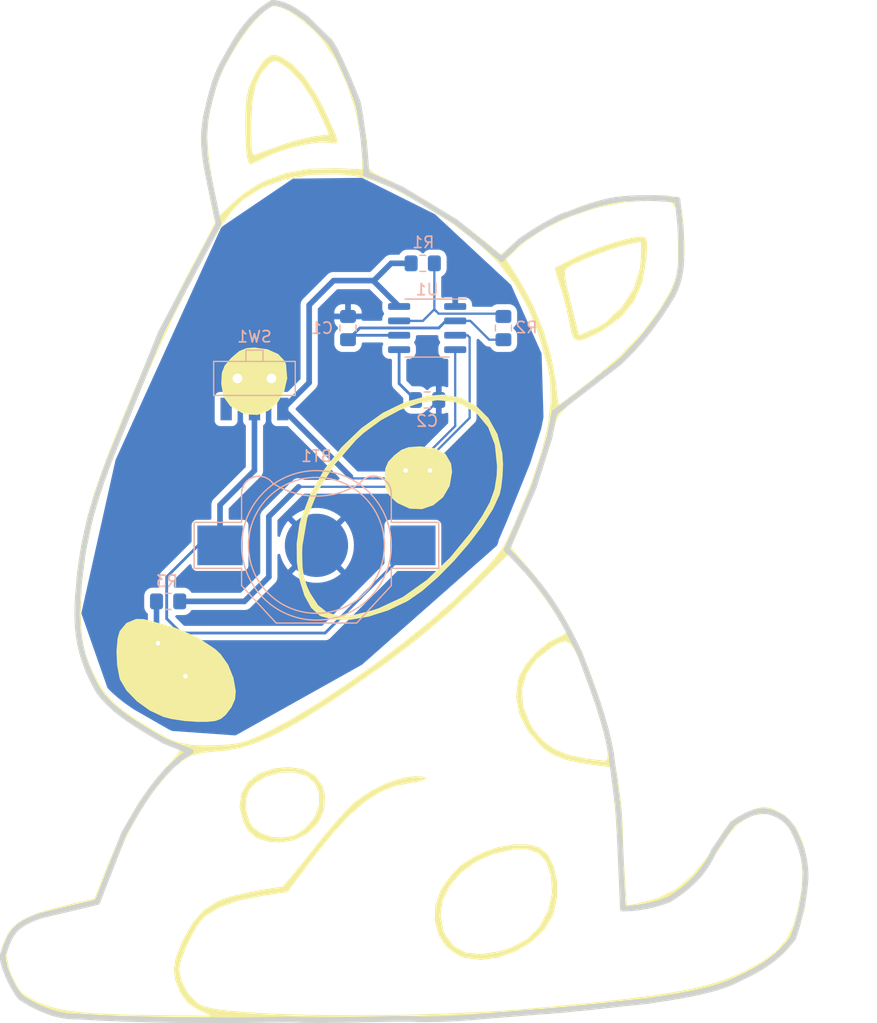
<source format=kicad_pcb>
(kicad_pcb (version 20211014) (generator pcbnew)
  (title_block (title "Rosie Learns to Solder") (date "2020-04-16") (rev "Version A2") (company "FHM") (comment 1 "Increased lead spacing on resistors") (comment 2 "Changed switch footprint"))
  (layers (0 "F.Cu" signal) (31 "B.Cu" signal) (34 "B.Paste" user) (35 "F.Paste" user) (36 "B.SilkS" user "B.Silkscreen") (37 "F.SilkS" user "F.Silkscreen") (38 "B.Mask" user) (39 "F.Mask" user) (44 "Edge.Cuts" user))
  (net 0 "")
  (net 1 "GND")
  (net 2 "Net-(C1-Pad1)")
  (net 3 "Net-(C2-Pad1)")
  (net 4 "Net-(D1-Pad2)")
  (net 5 "Net-(R1-Pad2)")
  (net 6 "Net-(R3-Pad2)")
  (net 7 "Net-(BT1-Pad2)")
  (net 8 "Net-(SW1-Pad1)")
  (net 9 "+BATT")
  (footprint "Resistor_SMD:R_0805_2012Metric_Pad1.15x1.40mm_HandSolder" (layer "F.Cu") (at 105.664 109.855 180)
    (fp_text reference "D1")
    (fp_text value "LED")
  )
  (footprint "MountingHole:MountingHole_3.2mm_M3" (layer "F.Cu") (at 114.935 59.69)
    (fp_text reference "H1" hide)
    (fp_text value "MountingHole")
  )
  (footprint "Library:Puppy_Outline" (layer "F.Cu") (at 126.238 96.647)
    (fp_text reference "REF**" hide)
    (fp_text value "Puppy_Outline")
  )
  (footprint "Rosie_SMD:Keystone_3002_1x2032" (layer "B.Cu") (at 118.500201 99.827201 180)
    (fp_text reference "BT1")
    (fp_text value "CR1220 Coin_Cell")
  )
  (footprint "Resistor_SMD:R_0805_2012Metric_Pad1.15x1.40mm_HandSolder" (layer "B.Cu") (at 121.285 80.645 90)
    (fp_text reference "C1")
    (fp_text value "0.1uF")
  )
  (footprint "Resistor_SMD:R_0805_2012Metric_Pad1.15x1.40mm_HandSolder" (layer "B.Cu") (at 135.001 80.645 -90)
    (fp_text reference "R2")
    (fp_text value "6.8M" hide)
  )
  (footprint "Rosie_SMD:CK_0102AGRLC_Slide_Switch" (layer "B.Cu") (at 113.03 85.09)
    (fp_text reference "SW1")
    (fp_text value "SW_SPDT")
  )
  (footprint "Package_SO:SOIC-8_3.9x4.9mm_P1.27mm" (layer "B.Cu") (at 128.27 80.645 180)
    (fp_text reference "U1")
    (fp_text value "555_Timer")
  )
  (footprint "Resistor_SMD:R_0805_2012Metric_Pad1.15x1.40mm_HandSolder" (layer "B.Cu") (at 105.41 104.775)
    (fp_text reference "R3")
    (fp_text value "390")
  )
  (footprint "Resistor_SMD:R_0805_2012Metric_Pad1.15x1.40mm_HandSolder" (layer "B.Cu") (at 127.88 74.93)
    (fp_text reference "R1")
    (fp_text value "820k")
  )
  (footprint "Resistor_SMD:R_0805_2012Metric_Pad1.15x1.40mm_HandSolder" (layer "B.Cu") (at 128.27 86.995)
    (fp_text reference "C2")
    (fp_text value "10nF")
  )
  (gr_line (start 161.587104 127.930875) (end 161.554228 127.717743) (layer "Edge.Cuts") (width 0.5))
  (gr_line (start 158.170912 136.790967) (end 158.51282 136.54845) (layer "Edge.Cuts") (width 0.5))
  (gr_line (start 150.70277 74.405368) (end 150.703397 74.129826) (layer "Edge.Cuts") (width 0.5))
  (gr_line (start 98.947153 112.106553) (end 99.262461 112.680915) (layer "Edge.Cuts") (width 0.5))
  (gr_line (start 155.093736 138.427909) (end 155.093736 138.427909) (layer "Edge.Cuts") (width 0.5))
  (gr_line (start 101.512552 125.282493) (end 99.163667 131.321784) (layer "Edge.Cuts") (width 0.5))
  (gr_line (start 114.595476 51.929792) (end 114.595476 51.929792) (layer "Edge.Cuts") (width 0.5))
  (gr_line (start 159.538545 135.671213) (end 159.880454 135.319044) (layer "Edge.Cuts") (width 0.5))
  (gr_line (start 137.313805 102.366499) (end 136.837269 101.833658) (layer "Edge.Cuts") (width 0.5))
  (gr_line (start 93.038488 140.140898) (end 93.305851 140.291265) (layer "Edge.Cuts") (width 0.5))
  (gr_line (start 150.530519 76.024906) (end 150.581554 75.75945) (layer "Edge.Cuts") (width 0.5))
  (gr_line (start 100.144574 113.719337) (end 100.474464 114.034534) (layer "Edge.Cuts") (width 0.5))
  (gr_line (start 103.482894 116.165204) (end 105.033975 117.089889) (layer "Edge.Cuts") (width 0.5))
  (gr_line (start 161.634079 128.357138) (end 161.613691 128.144006) (layer "Edge.Cuts") (width 0.5))
  (gr_line (start 156.747848 123.537342) (end 156.553403 123.621188) (layer "Edge.Cuts") (width 0.5))
  (gr_line (start 160.803661 125.389706) (end 160.709268 125.187072) (layer "Edge.Cuts") (width 0.5))
  (gr_line (start 155.093736 138.427909) (end 156.461372 137.762475) (layer "Edge.Cuts") (width 0.5))
  (gr_line (start 98.592153 97.221133) (end 98.239571 98.659108) (layer "Edge.Cuts") (width 0.5))
  (gr_line (start 156.360079 123.714002) (end 156.167742 123.814718) (layer "Edge.Cuts") (width 0.5))
  (gr_line (start 146.336655 131.8603) (end 146.072505 131.877657) (layer "Edge.Cuts") (width 0.5))
  (gr_line (start 150.358064 69.327434) (end 150.358064 69.327434) (layer "Edge.Cuts") (width 0.5))
  (gr_line (start 146.072505 131.877657) (end 145.807198 131.888759) (layer "Edge.Cuts") (width 0.5))
  (gr_line (start 143.347406 113.811121) (end 142.962498 112.697638) (layer "Edge.Cuts") (width 0.5))
  (gr_line (start 160.366762 124.606562) (end 160.226471 124.42512) (layer "Edge.Cuts") (width 0.5))
  (gr_line (start 106.132984 141.739266) (end 111.138343 141.760686) (layer "Edge.Cuts") (width 0.5))
  (gr_line (start 155.216204 124.399535) (end 155.216204 124.399535) (layer "Edge.Cuts") (width 0.5))
  (gr_line (start 93.943688 140.6153) (end 94.306197 140.778022) (layer "Edge.Cuts") (width 0.5))
  (gr_line (start 155.976259 123.92227) (end 155.785497 124.035594) (layer "Edge.Cuts") (width 0.5))
  (gr_line (start 140.495032 106.925244) (end 140.150652 106.315212) (layer "Edge.Cuts") (width 0.5))
  (gr_line (start 139.39086 105.087895) (end 138.96792 104.46984) (layer "Edge.Cuts") (width 0.5))
  (gr_line (start 90.838783 136.383233) (end 90.880676 136.627832) (layer "Edge.Cuts") (width 0.5))
  (gr_line (start 147.122207 131.770962) (end 146.861501 131.806924) (layer "Edge.Cuts") (width 0.5))
  (gr_line (start 104.78326 120.30716) (end 104.409834 120.759914) (layer "Edge.Cuts") (width 0.5))
  (gr_line (start 99.163667 131.321784) (end 94.142206 132.526542) (layer "Edge.Cuts") (width 0.5))
  (gr_line (start 101.544852 114.90344) (end 101.922166 115.171358) (layer "Edge.Cuts") (width 0.5))
  (gr_line (start 91.822207 138.897184) (end 91.969442 139.145541) (layer "Edge.Cuts") (width 0.5))
  (gr_line (start 150.69721 73.852921) (end 150.684664 73.574744) (layer "Edge.Cuts") (width 0.5))
  (gr_line (start 92.376535 139.724517) (end 92.490413 139.802085) (layer "Edge.Cuts") (width 0.5))
  (gr_line (start 161.490278 130.824973) (end 161.53802 130.48447) (layer "Edge.Cuts") (width 0.5))
  (gr_line (start 158.359728 123.317283) (end 158.359728 123.317283) (layer "Edge.Cuts") (width 0.5))
  (gr_line (start 108.687585 62.383526) (end 108.647382 62.707245) (layer "Edge.Cuts") (width 0.5))
  (gr_line (start 108.798349 61.731277) (end 108.737821 62.058361) (layer "Edge.Cuts") (width 0.5))
  (gr_line (start 149.167333 131.264305) (end 148.915585 131.348668) (layer "Edge.Cuts") (width 0.5))
  (gr_line (start 148.051391 80.534594) (end 148.330377 80.159469) (layer "Edge.Cuts") (width 0.5))
  (gr_line (start 116.838814 52.781882) (end 116.656047 52.663245) (layer "Edge.Cuts") (width 0.5))
  (gr_line (start 93.033116 132.976854) (end 92.740965 133.131496) (layer "Edge.Cuts") (width 0.5))
  (gr_line (start 146.880007 69.170108) (end 146.206589 69.197845) (layer "Edge.Cuts") (width 0.5))
  (gr_line (start 137.620699 141.04164) (end 137.620699 141.04164) (layer "Edge.Cuts") (width 0.5))
  (gr_line (start 150.505492 130.513751) (end 150.226802 130.710118) (layer "Edge.Cuts") (width 0.5))
  (gr_line (start 109.126625 60.372537) (end 108.798349 61.731277) (layer "Edge.Cuts") (width 0.5))
  (gr_line (start 160.222363 134.932064) (end 160.564272 134.507316) (layer "Edge.Cuts") (width 0.5))
  (gr_line (start 158.97714 123.524652) (end 158.833755 123.467746) (layer "Edge.Cuts") (width 0.5))
  (gr_line (start 122.526226 63.004671) (end 122.377407 61.954396) (layer "Edge.Cuts") (width 0.5))
  (gr_line (start 91.571544 134.217443) (end 91.443124 134.439509) (layer "Edge.Cuts") (width 0.5))
  (gr_line (start 159.984998 124.167287) (end 159.895279 124.085603) (layer "Edge.Cuts") (width 0.5))
  (gr_line (start 126.067262 68.408542) (end 125.686377 68.232068) (layer "Edge.Cuts") (width 0.5))
  (gr_line (start 109.7874 58.249548) (end 109.677169 58.536597) (layer "Edge.Cuts") (width 0.5))
  (gr_line (start 139.783849 105.70289) (end 139.39086 105.087895) (layer "Edge.Cuts") (width 0.5))
  (gr_line (start 124.47338 67.703751) (end 123.646325 67.362777) (layer "Edge.Cuts") (width 0.5))
  (gr_line (start 137.901367 72.021972) (end 137.310631 72.395805) (layer "Edge.Cuts") (width 0.5))
  (gr_line (start 108.581768 63.997137) (end 108.587878 64.320733) (layer "Edge.Cuts") (width 0.5))
  (gr_line (start 104.788446 81.007495) (end 100.221865 92.309783) (layer "Edge.Cuts") (width 0.5))
  (gr_line (start 149.649985 69.262713) (end 148.947441 69.212756) (layer "Edge.Cuts") (width 0.5))
  (gr_line (start 97.398401 106.309984) (end 97.421246 106.829733) (layer "Edge.Cuts") (width 0.5))
  (gr_line (start 112.137919 54.171886) (end 111.898024 54.498488) (layer "Edge.Cuts") (width 0.5))
  (gr_line (start 156.461372 137.762475) (end 157.145188 137.410252) (layer "Edge.Cuts") (width 0.5))
  (gr_line (start 113.875875 52.409845) (end 113.545142 52.673326) (layer "Edge.Cuts") (width 0.5))
  (gr_line (start 108.920824 66.999576) (end 109.859789 71.451045) (layer "Edge.Cuts") (width 0.5))
  (gr_line (start 161.098302 132.747346) (end 161.2474 132.127637) (layer "Edge.Cuts") (width 0.5))
  (gr_line (start 91.10591 135.207676) (end 90.888178 135.820541) (layer "Edge.Cuts") (width 0.5))
  (gr_line (start 139.720532 70.995101) (end 139.143469 71.297128) (layer "Edge.Cuts") (width 0.5))
  (gr_line (start 91.324909 134.677518) (end 91.213603 134.933048) (layer "Edge.Cuts") (width 0.5))
  (gr_line (start 100.221865 92.309783) (end 100.221865 92.309783) (layer "Edge.Cuts") (width 0.5))
  (gr_line (start 130.823351 71.28773) (end 130.823351 71.28773) (layer "Edge.Cuts") (width 0.5))
  (gr_line (start 92.364106 133.373137) (end 92.253203 133.457054) (layer "Edge.Cuts") (width 0.5))
  (gr_line (start 97.718554 108.887928) (end 97.851857 109.406083) (layer "Edge.Cuts") (width 0.5))
  (gr_line (start 99.262461 112.680915) (end 99.536656 113.043681) (layer "Edge.Cuts") (width 0.5))
  (gr_line (start 114.407963 52.043525) (end 114.225618 52.161556) (layer "Edge.Cuts") (width 0.5))
  (gr_line (start 161.613691 128.144006) (end 161.587104 127.930875) (layer "Edge.Cuts") (width 0.5))
  (gr_line (start 161.378722 131.487605) (end 161.490278 130.824973) (layer "Edge.Cuts") (width 0.5))
  (gr_line (start 97.525718 107.859469) (end 97.610341 108.372977) (layer "Edge.Cuts") (width 0.5))
  (gr_line (start 90.888178 135.820541) (end 90.85946 135.892883) (layer "Edge.Cuts") (width 0.5))
  (gr_line (start 95.520291 141.20332) (end 95.735871 141.257851) (layer "Edge.Cuts") (width 0.5))
  (gr_line (start 110.314511 57.142199) (end 110.167983 57.413634) (layer "Edge.Cuts") (width 0.5))
  (gr_line (start 157.487096 137.218909) (end 157.829004 137.013467) (layer "Edge.Cuts") (width 0.5))
  (gr_line (start 110.167983 57.413634) (end 110.031896 57.688429) (layer "Edge.Cuts") (width 0.5))
  (gr_line (start 145.173311 123.378547) (end 144.499697 118.232764) (layer "Edge.Cuts") (width 0.5))
  (gr_line (start 148.868325 79.396469) (end 149.380536 78.617086) (layer "Edge.Cuts") (width 0.5))
  (gr_line (start 145.560126 83.370479) (end 145.8981 83.032906) (layer "Edge.Cuts") (width 0.5))
  (gr_line (start 90.85946 135.892883) (end 90.839451 135.974628) (layer "Edge.Cuts") (width 0.5))
  (gr_line (start 154.209599 138.746883) (end 154.653685 138.594124) (layer "Edge.Cuts") (width 0.5))
  (gr_line (start 161.655402 129.209665) (end 161.658928 128.996534) (layer "Edge.Cuts") (width 0.5))
  (gr_line (start 145.214128 83.702945) (end 145.214128 83.702945) (layer "Edge.Cuts") (width 0.5))
  (gr_line (start 157.741542 123.289924) (end 157.539496 123.312948) (layer "Edge.Cuts") (width 0.5))
  (gr_line (start 122.883162 66.810967) (end 122.857962 66.167981) (layer "Edge.Cuts") (width 0.5))
  (gr_line (start 94.142206 132.526542) (end 93.730441 132.675955) (layer "Edge.Cuts") (width 0.5))
  (gr_line (start 102.108153 124.245607) (end 101.512552 125.282493) (layer "Edge.Cuts") (width 0.5))
  (gr_line (start 141.723619 109.350173) (end 141.131584 108.13998) (layer "Edge.Cuts") (width 0.5))
  (gr_line (start 137.620699 141.04164) (end 138.932484 140.954133) (layer "Edge.Cuts") (width 0.5))
  (gr_line (start 150.358064 69.327434) (end 149.649985 69.262713) (layer "Edge.Cuts") (width 0.5))
  (gr_line (start 148.153708 131.565924) (end 147.897522 131.626307) (layer "Edge.Cuts") (width 0.5))
  (gr_line (start 137.681948 94.668304) (end 137.681948 94.668304) (layer "Edge.Cuts") (width 0.5))
  (gr_line (start 141.723619 109.350173) (end 141.723619 109.350173) (layer "Edge.Cuts") (width 0.5))
  (gr_line (start 121.681113 59.533597) (end 121.342163 58.715996) (layer "Edge.Cuts") (width 0.5))
  (gr_line (start 153.761792 138.887237) (end 154.209599 138.746883) (layer "Edge.Cuts") (width 0.5))
  (gr_line (start 108.737821 62.058361) (end 108.687585 62.383526) (layer "Edge.Cuts") (width 0.5))
  (gr_line (start 150.694876 74.679455) (end 150.70277 74.405368) (layer "Edge.Cuts") (width 0.5))
  (gr_line (start 145.542197 69.249666) (end 144.887529 69.327434) (layer "Edge.Cuts") (width 0.5))
  (gr_line (start 109.677169 58.536597) (end 109.573734 58.828454) (layer "Edge.Cuts") (width 0.5))
  (gr_line (start 103.708184 141.693677) (end 106.132984 141.739266) (layer "Edge.Cuts") (width 0.5))
  (gr_line (start 144.401714 117.683898) (end 144.288257 117.133742) (layer "Edge.Cuts") (width 0.5))
  (gr_line (start 97.285723 141.419349) (end 97.285723 141.419349) (layer "Edge.Cuts") (width 0.5))
  (gr_line (start 132.320281 141.487271) (end 137.620699 141.04164) (layer "Edge.Cuts") (width 0.5))
  (gr_line (start 141.684476 70.236134) (end 140.600923 70.634299) (layer "Edge.Cuts") (width 0.5))
  (gr_line (start 160.891339 125.595441) (end 160.803661 125.389706) (layer "Edge.Cuts") (width 0.5))
  (gr_line (start 161.469254 127.29148) (end 161.416978 127.078349) (layer "Edge.Cuts") (width 0.5))
  (gr_line (start 99.262461 112.680915) (end 99.262461 112.680915) (layer "Edge.Cuts") (width 0.5))
  (gr_line (start 109.476186 59.125482) (end 109.2951 59.736497) (layer "Edge.Cuts") (width 0.5))
  (gr_line (start 91.213603 134.933048) (end 91.10591 135.207676) (layer "Edge.Cuts") (width 0.5))
  (gr_line (start 126.945001 141.633811) (end 127.485386 141.662773) (layer "Edge.Cuts") (width 0.5))
  (gr_line (start 146.550554 82.342802) (end 146.865324 81.990457) (layer "Edge.Cuts") (width 0.5))
  (gr_line (start 99.536656 113.043681) (end 99.831333 113.389437) (layer "Edge.Cuts") (width 0.5))
  (gr_line (start 101.922166 115.171358) (end 102.306543 115.43034) (layer "Edge.Cuts") (width 0.5))
  (gr_line (start 144.499697 118.232764) (end 144.401714 117.683898) (layer "Edge.Cuts") (width 0.5))
  (gr_line (start 92.740965 133.131496) (end 92.607575 133.210556) (layer "Edge.Cuts") (width 0.5))
  (gr_line (start 140.600923 70.634299) (end 140.600923 70.634299) (layer "Edge.Cuts") (width 0.5))
  (gr_line (start 159.243405 123.647932) (end 159.113611 123.58475) (layer "Edge.Cuts") (width 0.5))
  (gr_line (start 92.482092 133.291037) (end 92.364106 133.373137) (layer "Edge.Cuts") (width 0.5))
  (gr_line (start 146.599652 131.836713) (end 146.336655 131.8603) (layer "Edge.Cuts") (width 0.5))
  (gr_line (start 112.39019 53.852468) (end 112.137919 54.171886) (layer "Edge.Cuts") (width 0.5))
  (gr_line (start 125.686377 68.232068) (end 125.291086 68.05509) (layer "Edge.Cuts") (width 0.5))
  (gr_line (start 127.485386 141.662773) (end 128.078848 141.674692) (layer "Edge.Cuts") (width 0.5))
  (gr_line (start 140.600923 70.634299) (end 140.426652 70.686439) (layer "Edge.Cuts") (width 0.5))
  (gr_line (start 147.561754 69.16459) (end 146.880007 69.170108) (layer "Edge.Cuts") (width 0.5))
  (gr_line (start 105.033975 117.089889) (end 105.033975 117.089889) (layer "Edge.Cuts") (width 0.5))
  (gr_line (start 150.315662 76.808919) (end 150.398027 76.549731) (layer "Edge.Cuts") (width 0.5))
  (gr_line (start 147.381776 131.728854) (end 147.122207 131.770962) (layer "Edge.Cuts") (width 0.5))
  (gr_line (start 151.055961 130.091521) (end 150.782214 130.307849) (layer "Edge.Cuts") (width 0.5))
  (gr_line (start 95.953903 141.305885) (end 96.17389 141.346739) (layer "Edge.Cuts") (width 0.5))
  (gr_line (start 91.872186 133.814829) (end 91.79052 133.910786) (layer "Edge.Cuts") (width 0.5))
  (gr_line (start 90.880676 136.627832) (end 90.946608 136.892683) (layer "Edge.Cuts") (width 0.5))
  (gr_line (start 159.70057 123.929287) (end 159.595104 123.854873) (layer "Edge.Cuts") (width 0.5))
  (gr_line (start 105.998589 119.06124) (end 105.576358 119.455799) (layer "Edge.Cuts") (width 0.5))
  (gr_line (start 156.167742 123.814718) (end 155.976259 123.92227) (layer "Edge.Cuts") (width 0.5))
  (gr_line (start 134.844614 74.554893) (end 130.823351 71.28773) (layer "Edge.Cuts") (width 0.5))
  (gr_line (start 142.908598 140.576197) (end 145.443325 140.297305) (layer "Edge.Cuts") (width 0.5))
  (gr_line (start 115.203171 52.009239) (end 115.007467 51.971318) (layer "Edge.Cuts") (width 0.5))
  (gr_line (start 161.140552 126.225825) (end 161.05417 126.012694) (layer "Edge.Cuts") (width 0.5))
  (gr_line (start 91.969442 139.145541) (end 92.112965 139.369522) (layer "Edge.Cuts") (width 0.5))
  (gr_line (start 96.395334 141.379727) (end 96.617737 141.404167) (layer "Edge.Cuts") (width 0.5))
  (gr_line (start 90.827815 136.270077) (end 90.838783 136.383233) (layer "Edge.Cuts") (width 0.5))
  (gr_line (start 142.763962 69.862384) (end 142.22509 70.044031) (layer "Edge.Cuts") (width 0.5))
  (gr_line (start 160.492723 124.794621) (end 160.366762 124.606562) (layer "Edge.Cuts") (width 0.5))
  (gr_line (start 160.709268 125.187072) (end 160.606256 124.988417) (layer "Edge.Cuts") (width 0.5))
  (gr_line (start 122.780645 65.236148) (end 122.665353 64.14015) (layer "Edge.Cuts") (width 0.5))
  (gr_line (start 159.895279 124.085603) (end 159.800549 124.006233) (layer "Edge.Cuts") (width 0.5))
  (gr_line (start 148.60264 79.780063) (end 148.868325 79.396469) (layer "Edge.Cuts") (width 0.5))
  (gr_line (start 91.52893 138.347176) (end 91.674341 138.62941) (layer "Edge.Cuts") (width 0.5))
  (gr_line (start 90.946608 136.892683) (end 91.033495 137.172829) (layer "Edge.Cuts") (width 0.5))
  (gr_line (start 161.53802 130.48447) (end 161.580074 130.137463) (layer "Edge.Cuts") (width 0.5))
  (gr_line (start 148.947441 69.212756) (end 148.251131 69.179427) (layer "Edge.Cuts") (width 0.5))
  (gr_line (start 155.216204 124.399535) (end 153.583208 126.768233) (layer "Edge.Cuts") (width 0.5))
  (gr_line (start 130.823351 71.28773) (end 126.067262 68.408542) (layer "Edge.Cuts") (width 0.5))
  (gr_line (start 108.798349 61.731277) (end 108.798349 61.731277) (layer "Edge.Cuts") (width 0.5))
  (gr_line (start 147.172648 81.633371) (end 147.472671 81.271638) (layer "Edge.Cuts") (width 0.5))
  (gr_line (start 139.049578 90.359786) (end 139.498644 88.113612) (layer "Edge.Cuts") (width 0.5))
  (gr_line (start 139.143469 71.297128) (end 138.524697 71.647582) (layer "Edge.Cuts") (width 0.5))
  (gr_line (start 160.150356 124.337156) (end 160.069944 124.251174) (layer "Edge.Cuts") (width 0.5))
  (gr_line (start 148.251131 69.179427) (end 147.561754 69.16459) (layer "Edge.Cuts") (width 0.5))
  (gr_line (start 159.366759 123.714086) (end 159.243405 123.647932) (layer "Edge.Cuts") (width 0.5))
  (gr_line (start 150.692212 73.080117) (end 150.677142 72.568523) (layer "Edge.Cuts") (width 0.5))
  (gr_line (start 160.226471 124.42512) (end 160.150356 124.337156) (layer "Edge.Cuts") (width 0.5))
  (gr_line (start 117.616518 53.318336) (end 117.216305 53.038653) (layer "Edge.Cuts") (width 0.5))
  (gr_line (start 121.342163 58.715996) (end 120.958196 57.824607) (layer "Edge.Cuts") (width 0.5))
  (gr_line (start 149.667543 131.077827) (end 149.417984 131.174015) (layer "Edge.Cuts") (width 0.5))
  (gr_line (start 90.888178 135.820541) (end 90.888178 135.820541) (layer "Edge.Cuts") (width 0.5))
  (gr_line (start 158.525286 123.363951) (end 158.359728 123.317283) (layer "Edge.Cuts") (width 0.5))
  (gr_line (start 150.54947 139.610718) (end 151.477993 139.439742) (layer "Edge.Cuts") (width 0.5))
  (gr_line (start 147.472671 81.271638) (end 147.765537 80.905348) (layer "Edge.Cuts") (width 0.5))
  (gr_line (start 152.804427 128.210227) (end 152.579664 128.524557) (layer "Edge.Cuts") (width 0.5))
  (gr_line (start 144.019552 116.029945) (end 143.702846 114.922148) (layer "Edge.Cuts") (width 0.5))
  (gr_line (start 100.474464 114.034534) (end 100.819084 114.336181) (layer "Edge.Cuts") (width 0.5))
  (gr_line (start 119.827963 55.555813) (end 119.681045 55.348111) (layer "Edge.Cuts") (width 0.5))
  (gr_line (start 92.112965 139.369522) (end 92.24969 139.564166) (layer "Edge.Cuts") (width 0.5))
  (gr_line (start 150.398027 76.549731) (end 150.469494 76.288363) (layer "Edge.Cuts") (width 0.5))
  (gr_line (start 141.131584 108.13998) (end 140.820755 107.533372) (layer "Edge.Cuts") (width 0.5))
  (gr_line (start 151.477993 139.439742) (end 152.399204 139.244386) (layer "Edge.Cuts") (width 0.5))
  (gr_line (start 144.625828 69.371821) (end 144.362875 69.42372) (layer "Edge.Cuts") (width 0.5))
  (gr_line (start 137.767466 102.896798) (end 137.313805 102.366499) (layer "Edge.Cuts") (width 0.5))
  (gr_line (start 142.557387 111.582471) (end 141.723619 109.350173) (layer "Edge.Cuts") (width 0.5))
  (gr_line (start 140.150652 106.315212) (end 139.783849 105.70289) (layer "Edge.Cuts") (width 0.5))
  (gr_line (start 157.339238 123.350267) (end 157.140632 123.400816) (layer "Edge.Cuts") (width 0.5))
  (gr_line (start 122.107256 60.608192) (end 121.681113 59.533597) (layer "Edge.Cuts") (width 0.5))
  (gr_line (start 92.490413 139.802085) (end 92.810805 140.005597) (layer "Edge.Cuts") (width 0.5))
  (gr_line (start 150.677142 72.568523) (end 150.643852 72.043263) (layer "Edge.Cuts") (width 0.5))
  (gr_line (start 158.359728 123.317283) (end 158.255344 123.301901) (layer "Edge.Cuts") (width 0.5))
  (gr_line (start 150.469494 76.288363) (end 150.530519 76.024906) (layer "Edge.Cuts") (width 0.5))
  (gr_line (start 161.416978 127.078349) (end 161.358059 126.865218) (layer "Edge.Cuts") (width 0.5))
  (gr_line (start 159.880454 135.319044) (end 160.222363 134.932064) (layer "Edge.Cuts") (width 0.5))
  (gr_line (start 153.583208 126.768233) (end 153.408566 127.158219) (layer "Edge.Cuts") (width 0.5))
  (gr_line (start 104.409834 120.759914) (end 104.050119 121.228017) (layer "Edge.Cuts") (width 0.5))
  (gr_line (start 101.176519 114.625432) (end 101.544852 114.90344) (layer "Edge.Cuts") (width 0.5))
  (gr_line (start 153.01817 127.878322) (end 152.804427 128.210227) (layer "Edge.Cuts") (width 0.5))
  (gr_line (start 148.662735 131.427077) (end 148.408778 131.499505) (layer "Edge.Cuts") (width 0.5))
  (gr_line (start 149.417984 131.174015) (end 149.167333 131.264305) (layer "Edge.Cuts") (width 0.5))
  (gr_line (start 149.616157 139.765726) (end 150.54947 139.610718) (layer "Edge.Cuts") (width 0.5))
  (gr_line (start 134.844614 74.554893) (end 134.844614 74.554893) (layer "Edge.Cuts") (width 0.5))
  (gr_line (start 157.829004 137.013467) (end 158.170912 136.790967) (layer "Edge.Cuts") (width 0.5))
  (gr_line (start 150.581554 75.75945) (end 150.623054 75.492086) (layer "Edge.Cuts") (width 0.5))
  (gr_line (start 110.472391 56.873763) (end 110.472391 56.873763) (layer "Edge.Cuts") (width 0.5))
  (gr_line (start 153.219885 127.527951) (end 153.01817 127.878322) (layer "Edge.Cuts") (width 0.5))
  (gr_line (start 97.467989 104.157348) (end 97.429444 104.710075) (layer "Edge.Cuts") (width 0.5))
  (gr_line (start 119.681045 55.348111) (end 119.615446 55.272459) (layer "Edge.Cuts") (width 0.5))
  (gr_line (start 160.93342 133.349011) (end 161.098302 132.747346) (layer "Edge.Cuts") (width 0.5))
  (gr_line (start 101.395351 141.625052) (end 103.708184 141.693677) (layer "Edge.Cuts") (width 0.5))
  (gr_line (start 151.325729 129.863872) (end 151.055961 130.091521) (layer "Edge.Cuts") (width 0.5))
  (gr_line (start 92.253203 133.457054) (end 92.148971 133.542985) (layer "Edge.Cuts") (width 0.5))
  (gr_line (start 152.101095 129.104071) (end 151.849302 129.37104) (layer "Edge.Cuts") (width 0.5))
  (gr_line (start 120.958196 57.824607) (end 120.55839 56.94424) (layer "Edge.Cuts") (width 0.5))
  (gr_line (start 147.765537 80.905348) (end 148.051391 80.534594) (layer "Edge.Cuts") (width 0.5))
  (gr_line (start 98.011746 109.929202) (end 98.199722 110.459048) (layer "Edge.Cuts") (width 0.5))
  (gr_line (start 117.377108 141.733527) (end 118.754065 141.747546) (layer "Edge.Cuts") (width 0.5))
  (gr_line (start 159.595104 123.854873) (end 159.483913 123.783103) (layer "Edge.Cuts") (width 0.5))
  (gr_line (start 114.225618 52.161556) (end 113.875875 52.409845) (layer "Edge.Cuts") (width 0.5))
  (gr_line (start 91.958874 133.721675) (end 91.872186 133.814829) (layer "Edge.Cuts") (width 0.5))
  (gr_line (start 158.854728 136.282958) (end 159.196636 135.991532) (layer "Edge.Cuts") (width 0.5))
  (gr_line (start 143.702846 114.922148) (end 143.347406 113.811121) (layer "Edge.Cuts") (width 0.5))
  (gr_line (start 106.439645 118.690129) (end 105.998589 119.06124) (layer "Edge.Cuts") (width 0.5))
  (gr_line (start 150.703397 74.129826) (end 150.69721 73.852921) (layer "Edge.Cuts") (width 0.5))
  (gr_line (start 158.255344 123.301901) (end 158.151524 123.291026) (layer "Edge.Cuts") (width 0.5))
  (gr_line (start 108.793843 66.30822) (end 108.920824 66.999576) (layer "Edge.Cuts") (width 0.5))
  (gr_line (start 102.722796 123.213435) (end 102.108153 124.245607) (layer "Edge.Cuts") (width 0.5))
  (gr_line (start 112.655942 53.541568) (end 112.39019 53.852468) (layer "Edge.Cuts") (width 0.5))
  (gr_line (start 161.658928 128.996534) (end 161.656608 128.783402) (layer "Edge.Cuts") (width 0.5))
  (gr_line (start 116.656047 52.663245) (end 116.47591 52.551725) (layer "Edge.Cuts") (width 0.5))
  (gr_line (start 103.040453 122.704179) (end 102.722796 123.213435) (layer "Edge.Cuts") (width 0.5))
  (gr_line (start 139.981812 70.869902) (end 139.720532 70.995101) (layer "Edge.Cuts") (width 0.5))
  (gr_line (start 96.617737 141.404167) (end 96.840601 141.419373) (layer "Edge.Cuts") (width 0.5))
  (gr_line (start 138.932484 140.954133) (end 140.261061 140.842773) (layer "Edge.Cuts") (width 0.5))
  (gr_line (start 90.827764 136.065155) (end 90.824014 136.163845) (layer "Edge.Cuts") (width 0.5))
  (gr_line (start 152.399204 139.244386) (end 153.31058 139.016237) (layer "Edge.Cuts") (width 0.5))
  (gr_line (start 130.828485 141.587286) (end 132.320281 141.487271) (layer "Edge.Cuts") (width 0.5))
  (gr_line (start 116.051149 141.68801) (end 117.377108 141.733527) (layer "Edge.Cuts") (width 0.5))
  (gr_line (start 137.681948 94.668304) (end 139.049578 90.359786) (layer "Edge.Cuts") (width 0.5))
  (gr_line (start 148.408778 131.499505) (end 148.153708 131.565924) (layer "Edge.Cuts") (width 0.5))
  (gr_line (start 150.221948 77.065836) (end 150.315662 76.808919) (layer "Edge.Cuts") (width 0.5))
  (gr_line (start 99.571504 94.074298) (end 99.032198 95.702139) (layer "Edge.Cuts") (width 0.5))
  (gr_line (start 140.426652 70.686439) (end 140.218734 70.765994) (layer "Edge.Cuts") (width 0.5))
  (gr_line (start 91.713466 134.009742) (end 91.571544 134.217443) (layer "Edge.Cuts") (width 0.5))
  (gr_line (start 105.033975 117.089889) (end 107.383348 118.026343) (layer "Edge.Cuts") (width 0.5))
  (gr_line (start 96.17389 141.346739) (end 96.395334 141.379727) (layer "Edge.Cuts") (width 0.5))
  (gr_line (start 90.839451 135.974628) (end 90.827764 136.065155) (layer "Edge.Cuts") (width 0.5))
  (gr_line (start 156.943547 123.46353) (end 156.747848 123.537342) (layer "Edge.Cuts") (width 0.5))
  (gr_line (start 146.861501 131.806924) (end 146.599652 131.836713) (layer "Edge.Cuts") (width 0.5))
  (gr_line (start 110.472391 56.873763) (end 110.314511 57.142199) (layer "Edge.Cuts") (width 0.5))
  (gr_line (start 138.195924 103.424294) (end 137.767466 102.896798) (layer "Edge.Cuts") (width 0.5))
  (gr_line (start 110.84548 56.192554) (end 110.472391 56.873763) (layer "Edge.Cuts") (width 0.5))
  (gr_line (start 91.138255 137.46331) (end 91.257803 137.759168) (layer "Edge.Cuts") (width 0.5))
  (gr_line (start 159.196636 135.991532) (end 159.538545 135.671213) (layer "Edge.Cuts") (width 0.5))
  (gr_line (start 161.656608 128.783402) (end 161.648355 128.57027) (layer "Edge.Cuts") (width 0.5))
  (gr_line (start 90.824014 136.163845) (end 90.827815 136.270077) (layer "Edge.Cuts") (width 0.5))
  (gr_line (start 145.540727 131.893577) (end 145.540727 131.893577) (layer "Edge.Cuts") (width 0.5))
  (gr_line (start 160.564272 134.507316) (end 160.564272 134.507316) (layer "Edge.Cuts") (width 0.5))
  (gr_line (start 140.261061 140.842773) (end 142.908598 140.576197) (layer "Edge.Cuts") (width 0.5))
  (gr_line (start 108.584407 63.674464) (end 108.581768 63.997137) (layer "Edge.Cuts") (width 0.5))
  (gr_line (start 97.588663 102.765183) (end 97.467989 104.157348) (layer "Edge.Cuts") (width 0.5))
  (gr_line (start 95.098481 141.077505) (end 95.307662 141.142976) (layer "Edge.Cuts") (width 0.5))
  (gr_line (start 122.859353 67.028644) (end 122.871799 66.985177) (layer "Edge.Cuts") (width 0.5))
  (gr_line (start 161.05417 126.012694) (end 161.05417 126.012694) (layer "Edge.Cuts") (width 0.5))
  (gr_line (start 145.214128 83.702945) (end 145.560126 83.370479) (layer "Edge.Cuts") (width 0.5))
  (gr_line (start 105.171675 119.871781) (end 104.78326 120.30716) (layer "Edge.Cuts") (width 0.5))
  (gr_line (start 147.640213 131.680626) (end 147.381776 131.728854) (layer "Edge.Cuts") (width 0.5))
  (gr_line (start 139.498644 88.113612) (end 145.214128 83.702945) (layer "Edge.Cuts") (width 0.5))
  (gr_line (start 139.049578 90.359786) (end 139.049578 90.359786) (layer "Edge.Cuts") (width 0.5))
  (gr_line (start 108.647382 62.707245) (end 108.616956 63.029992) (layer "Edge.Cuts") (width 0.5))
  (gr_line (start 140.218734 70.765994) (end 139.981812 70.869902) (layer "Edge.Cuts") (width 0.5))
  (gr_line (start 148.330377 80.159469) (end 148.60264 79.780063) (layer "Edge.Cuts") (width 0.5))
  (gr_line (start 152.579664 128.524557) (end 152.344884 128.822208) (layer "Edge.Cuts") (width 0.5))
  (gr_line (start 151.590512 129.62401) (end 151.325729 129.863872) (layer "Edge.Cuts") (width 0.5))
  (gr_line (start 115.007467 51.971318) (end 114.805241 51.944682) (layer "Edge.Cuts") (width 0.5))
  (gr_line (start 159.483913 123.783103) (end 159.366759 123.714086) (layer "Edge.Cuts") (width 0.5))
  (gr_line (start 113.545142 52.673326) (end 113.232312 52.950663) (layer "Edge.Cuts") (width 0.5))
  (gr_line (start 150.643852 72.043263) (end 150.596741 71.507636) (layer "Edge.Cuts") (width 0.5))
  (gr_line (start 122.871799 66.985177) (end 122.883162 66.810967) (layer "Edge.Cuts") (width 0.5))
  (gr_line (start 144.887529 69.327434) (end 144.887529 69.327434) (layer "Edge.Cuts") (width 0.5))
  (gr_line (start 144.288257 117.133742) (end 144.160483 116.582392) (layer "Edge.Cuts") (width 0.5))
  (gr_line (start 155.595322 124.153623) (end 155.216204 124.399535) (layer "Edge.Cuts") (width 0.5))
  (gr_line (start 102.696069 115.68154) (end 103.482894 116.165204) (layer "Edge.Cuts") (width 0.5))
  (gr_line (start 98.239571 98.659108) (end 97.96266 100.04389) (layer "Edge.Cuts") (width 0.5))
  (gr_line (start 108.616956 63.029992) (end 108.59605 63.35224) (layer "Edge.Cuts") (width 0.5))
  (gr_line (start 144.362875 69.42372) (end 144.098762 69.482586) (layer "Edge.Cuts") (width 0.5))
  (gr_line (start 150.623054 75.492086) (end 150.655472 75.222905) (layer "Edge.Cuts") (width 0.5))
  (gr_line (start 111.241533 55.508054) (end 110.84548 56.192554) (layer "Edge.Cuts") (width 0.5))
  (gr_line (start 116.119458 52.351886) (end 115.941109 52.264493) (layer "Edge.Cuts") (width 0.5))
  (gr_line (start 144.499697 118.232764) (end 144.499697 118.232764) (layer "Edge.Cuts") (width 0.5))
  (gr_line (start 97.851857 109.406083) (end 98.011746 109.929202) (layer "Edge.Cuts") (width 0.5))
  (gr_line (start 158.151524 123.291026) (end 157.945506 123.282262) (layer "Edge.Cuts") (width 0.5))
  (gr_line (start 123.646325 67.362777) (end 122.842104 67.04042) (layer "Edge.Cuts") (width 0.5))
  (gr_line (start 108.656124 65.301795) (end 108.694654 65.63382) (layer "Edge.Cuts") (width 0.5))
  (gr_line (start 161.580074 130.137463) (end 161.61619 129.783667) (layer "Edge.Cuts") (width 0.5))
  (gr_line (start 150.69154 73.329757) (end 150.692212 73.080117) (layer "Edge.Cuts") (width 0.5))
  (gr_line (start 98.199722 110.459048) (end 98.417283 110.99738) (layer "Edge.Cuts") (width 0.5))
  (gr_line (start 150.116429 77.320392) (end 150.221948 77.065836) (layer "Edge.Cuts") (width 0.5))
  (gr_line (start 126.945001 141.633811) (end 126.945001 141.633811) (layer "Edge.Cuts") (width 0.5))
  (gr_line (start 103.702837 121.709445) (end 103.366708 122.202174) (layer "Edge.Cuts") (width 0.5))
  (gr_line (start 95.307662 141.142976) (end 95.520291 141.20332) (layer "Edge.Cuts") (width 0.5))
  (gr_line (start 144.160483 116.582392) (end 144.019552 116.029945) (layer "Edge.Cuts") (width 0.5))
  (gr_line (start 97.393152 105.784632) (end 97.398401 106.309984) (layer "Edge.Cuts") (width 0.5))
  (gr_line (start 91.257803 137.759168) (end 91.389056 138.055443) (layer "Edge.Cuts") (width 0.5))
  (gr_line (start 109.859789 71.451045) (end 104.788446 81.007495) (layer "Edge.Cuts") (width 0.5))
  (gr_line (start 93.305851 140.291265) (end 93.608912 140.451224) (layer "Edge.Cuts") (width 0.5))
  (gr_line (start 158.833755 123.467746) (end 158.683216 123.414142) (layer "Edge.Cuts") (width 0.5))
  (gr_line (start 126.067262 68.408542) (end 126.067262 68.408542) (layer "Edge.Cuts") (width 0.5))
  (gr_line (start 111.138343 141.760686) (end 116.051149 141.68801) (layer "Edge.Cuts") (width 0.5))
  (gr_line (start 92.050999 133.631126) (end 91.958874 133.721675) (layer "Edge.Cuts") (width 0.5))
  (gr_line (start 112.936281 53.240522) (end 112.655942 53.541568) (layer "Edge.Cuts") (width 0.5))
  (gr_line (start 122.842104 67.04042) (end 122.842104 67.04042) (layer "Edge.Cuts") (width 0.5))
  (gr_line (start 114.805241 51.944682) (end 114.595476 51.929792) (layer "Edge.Cuts") (width 0.5))
  (gr_line (start 150.679261 74.951998) (end 150.694876 74.679455) (layer "Edge.Cuts") (width 0.5))
  (gr_line (start 153.31058 139.016237) (end 153.761792 138.887237) (layer "Edge.Cuts") (width 0.5))
  (gr_line (start 156.553403 123.621188) (end 156.360079 123.714002) (layer "Edge.Cuts") (width 0.5))
  (gr_line (start 147.897522 131.626307) (end 147.640213 131.680626) (layer "Edge.Cuts") (width 0.5))
  (gr_line (start 115.393371 52.057979) (end 115.203171 52.009239) (layer "Edge.Cuts") (width 0.5))
  (gr_line (start 125.291086 68.05509) (end 124.47338 67.703751) (layer "Edge.Cuts") (width 0.5))
  (gr_line (start 161.2474 132.127637) (end 161.378722 131.487605) (layer "Edge.Cuts") (width 0.5))
  (gr_line (start 120.55839 56.94424) (end 120.17192 56.159705) (layer "Edge.Cuts") (width 0.5))
  (gr_line (start 98.417283 110.99738) (end 98.665927 111.545962) (layer "Edge.Cuts") (width 0.5))
  (gr_line (start 96.840601 141.419373) (end 97.063429 141.424662) (layer "Edge.Cuts") (width 0.5))
  (gr_line (start 108.587878 64.320733) (end 108.602479 64.645725) (layer "Edge.Cuts") (width 0.5))
  (gr_line (start 97.463186 107.345641) (end 97.525718 107.859469) (layer "Edge.Cuts") (width 0.5))
  (gr_line (start 92.148971 133.542985) (end 92.050999 133.631126) (layer "Edge.Cuts") (width 0.5))
  (gr_line (start 155.785497 124.035594) (end 155.595322 124.153623) (layer "Edge.Cuts") (width 0.5))
  (gr_line (start 99.239519 141.533556) (end 101.395351 141.625052) (layer "Edge.Cuts") (width 0.5))
  (gr_line (start 122.233036 61.114008) (end 122.166938 60.811486) (layer "Edge.Cuts") (width 0.5))
  (gr_line (start 145.807198 131.888759) (end 145.540727 131.893577) (layer "Edge.Cuts") (width 0.5))
  (gr_line (start 97.96266 100.04389) (end 97.749622 101.403306) (layer "Edge.Cuts") (width 0.5))
  (gr_line (start 160.606256 124.988417) (end 160.492723 124.794621) (layer "Edge.Cuts") (width 0.5))
  (gr_line (start 161.648355 128.57027) (end 161.634079 128.357138) (layer "Edge.Cuts") (width 0.5))
  (gr_line (start 136.837269 101.833658) (end 136.340185 101.298535) (layer "Edge.Cuts") (width 0.5))
  (gr_line (start 138.96792 104.46984) (end 138.96792 104.46984) (layer "Edge.Cuts") (width 0.5))
  (gr_line (start 138.96792 104.46984) (end 138.786263 104.209716) (layer "Edge.Cuts") (width 0.5))
  (gr_line (start 161.554228 127.717743) (end 161.514974 127.504612) (layer "Edge.Cuts") (width 0.5))
  (gr_line (start 150.684664 73.574744) (end 150.69154 73.329757) (layer "Edge.Cuts") (width 0.5))
  (gr_line (start 94.692455 140.933915) (end 95.098481 141.077505) (layer "Edge.Cuts") (width 0.5))
  (gr_line (start 139.498644 88.113612) (end 139.498644 88.113612) (layer "Edge.Cuts") (width 0.5))
  (gr_line (start 146.865324 81.990457) (end 147.172648 81.633371) (layer "Edge.Cuts") (width 0.5))
  (gr_line (start 97.285723 141.419349) (end 99.239519 141.533556) (layer "Edge.Cuts") (width 0.5))
  (gr_line (start 122.857962 66.167981) (end 122.780645 65.236148) (layer "Edge.Cuts") (width 0.5))
  (gr_line (start 153.583208 126.768233) (end 153.583208 126.768233) (layer "Edge.Cuts") (width 0.5))
  (gr_line (start 119.555696 55.217374) (end 117.616518 53.318336) (layer "Edge.Cuts") (width 0.5))
  (gr_line (start 136.375543 73.04383) (end 136.375543 73.04383) (layer "Edge.Cuts") (width 0.5))
  (gr_line (start 119.992804 55.829878) (end 119.827963 55.555813) (layer "Edge.Cuts") (width 0.5))
  (gr_line (start 93.361843 132.825533) (end 93.033116 132.976854) (layer "Edge.Cuts") (width 0.5))
  (gr_line (start 93.730441 132.675955) (end 93.361843 132.825533) (layer "Edge.Cuts") (width 0.5))
  (gr_line (start 116.051149 141.68801) (end 116.051149 141.68801) (layer "Edge.Cuts") (width 0.5))
  (gr_line (start 122.377407 61.954396) (end 122.233036 61.114008) (layer "Edge.Cuts") (width 0.5))
  (gr_line (start 122.107256 60.608192) (end 122.107256 60.608192) (layer "Edge.Cuts") (width 0.5))
  (gr_line (start 159.800549 124.006233) (end 159.70057 123.929287) (layer "Edge.Cuts") (width 0.5))
  (gr_line (start 161.64612 129.422797) (end 161.64612 129.422797) (layer "Edge.Cuts") (width 0.5))
  (gr_line (start 92.810805 140.005597) (end 93.038488 140.140898) (layer "Edge.Cuts") (width 0.5))
  (gr_line (start 160.069944 124.251174) (end 159.984998 124.167287) (layer "Edge.Cuts") (width 0.5))
  (gr_line (start 94.142206 132.526542) (end 94.142206 132.526542) (layer "Edge.Cuts") (width 0.5))
  (gr_line (start 161.64612 129.422797) (end 161.655402 129.209665) (layer "Edge.Cuts") (width 0.5))
  (gr_line (start 94.306197 140.778022) (end 94.692455 140.933915) (layer "Edge.Cuts") (width 0.5))
  (gr_line (start 114.595476 51.929792) (end 114.407963 52.043525) (layer "Edge.Cuts") (width 0.5))
  (gr_line (start 111.450937 55.167906) (end 111.241533 55.508054) (layer "Edge.Cuts") (width 0.5))
  (gr_line (start 106.900805 118.344488) (end 106.439645 118.690129) (layer "Edge.Cuts") (width 0.5))
  (gr_line (start 138.596851 103.948728) (end 138.195924 103.424294) (layer "Edge.Cuts") (width 0.5))
  (gr_line (start 146.228194 82.690316) (end 146.550554 82.342802) (layer "Edge.Cuts") (width 0.5))
  (gr_line (start 161.514974 127.504612) (end 161.469254 127.29148) (layer "Edge.Cuts") (width 0.5))
  (gr_line (start 92.24969 139.564166) (end 92.376535 139.724517) (layer "Edge.Cuts") (width 0.5))
  (gr_line (start 97.429444 104.710075) (end 97.403999 105.251916) (layer "Edge.Cuts") (width 0.5))
  (gr_line (start 116.47591 52.551725) (end 116.297386 52.447784) (layer "Edge.Cuts") (width 0.5))
  (gr_line (start 129.394009 141.654472) (end 130.828485 141.587286) (layer "Edge.Cuts") (width 0.5))
  (gr_line (start 111.669398 54.83094) (end 111.450937 55.167906) (layer "Edge.Cuts") (width 0.5))
  (gr_line (start 149.998653 77.572495) (end 150.116429 77.320392) (layer "Edge.Cuts") (width 0.5))
  (gr_line (start 107.383348 118.026343) (end 106.900805 118.344488) (layer "Edge.Cuts") (width 0.5))
  (gr_line (start 161.05417 126.012694) (end 160.891339 125.595441) (layer "Edge.Cuts") (width 0.5))
  (gr_line (start 140.820755 107.533372) (end 140.495032 106.925244) (layer "Edge.Cuts") (width 0.5))
  (gr_line (start 150.655472 75.222905) (end 150.679261 74.951998) (layer "Edge.Cuts") (width 0.5))
  (gr_line (start 128.078848 141.674692) (end 129.394009 141.654472) (layer "Edge.Cuts") (width 0.5))
  (gr_line (start 108.694654 65.63382) (end 108.793843 66.30822) (layer "Edge.Cuts") (width 0.5))
  (gr_line (start 150.596741 71.507636) (end 150.358064 69.327434) (layer "Edge.Cuts") (width 0.5))
  (gr_line (start 153.408566 127.158219) (end 153.219885 127.527951) (layer "Edge.Cuts") (width 0.5))
  (gr_line (start 157.539496 123.312948) (end 157.339238 123.350267) (layer "Edge.Cuts") (width 0.5))
  (gr_line (start 92.607575 133.210556) (end 92.482092 133.291037) (layer "Edge.Cuts") (width 0.5))
  (gr_line (start 150.226802 130.710118) (end 149.667543 131.077827) (layer "Edge.Cuts") (width 0.5))
  (gr_line (start 136.340185 101.298535) (end 135.824879 100.761389) (layer "Edge.Cuts") (width 0.5))
  (gr_line (start 99.163667 131.321784) (end 99.163667 131.321784) (layer "Edge.Cuts") (width 0.5))
  (gr_line (start 122.166938 60.811486) (end 122.107256 60.608192) (layer "Edge.Cuts") (width 0.5))
  (gr_line (start 108.625313 64.972588) (end 108.656124 65.301795) (layer "Edge.Cuts") (width 0.5))
  (gr_line (start 111.898024 54.498488) (end 111.669398 54.83094) (layer "Edge.Cuts") (width 0.5))
  (gr_line (start 160.564272 134.507316) (end 160.754746 133.934908) (layer "Edge.Cuts") (width 0.5))
  (gr_line (start 93.608912 140.451224) (end 93.943688 140.6153) (layer "Edge.Cuts") (width 0.5))
  (gr_line (start 119.555696 55.217374) (end 119.555696 55.217374) (layer "Edge.Cuts") (width 0.5))
  (gr_line (start 137.310631 72.395805) (end 136.789639 72.744588) (layer "Edge.Cuts") (width 0.5))
  (gr_line (start 103.366708 122.202174) (end 103.040453 122.704179) (layer "Edge.Cuts") (width 0.5))
  (gr_line (start 138.786263 104.209716) (end 138.596851 103.948728) (layer "Edge.Cuts") (width 0.5))
  (gr_line (start 91.674341 138.62941) (end 91.822207 138.897184) (layer "Edge.Cuts") (width 0.5))
  (gr_line (start 119.615446 55.272459) (end 119.555696 55.217374) (layer "Edge.Cuts") (width 0.5))
  (gr_line (start 104.788446 81.007495) (end 104.788446 81.007495) (layer "Edge.Cuts") (width 0.5))
  (gr_line (start 116.297386 52.447784) (end 116.119458 52.351886) (layer "Edge.Cuts") (width 0.5))
  (gr_line (start 157.140632 123.400816) (end 156.943547 123.46353) (layer "Edge.Cuts") (width 0.5))
  (gr_line (start 161.358059 126.865218) (end 161.292408 126.652087) (layer "Edge.Cuts") (width 0.5))
  (gr_line (start 149.868166 77.822055) (end 149.998653 77.572495) (layer "Edge.Cuts") (width 0.5))
  (gr_line (start 91.443124 134.439509) (end 91.324909 134.677518) (layer "Edge.Cuts") (width 0.5))
  (gr_line (start 102.306543 115.43034) (end 102.696069 115.68154) (layer "Edge.Cuts") (width 0.5))
  (gr_line (start 105.576358 119.455799) (end 105.171675 119.871781) (layer "Edge.Cuts") (width 0.5))
  (gr_line (start 143.83358 69.547875) (end 143.300367 69.695548) (layer "Edge.Cuts") (width 0.5))
  (gr_line (start 152.344884 128.822208) (end 152.101095 129.104071) (layer "Edge.Cuts") (width 0.5))
  (gr_line (start 145.443325 140.297305) (end 147.745256 140.061492) (layer "Edge.Cuts") (width 0.5))
  (gr_line (start 92.376535 139.724517) (end 92.376535 139.724517) (layer "Edge.Cuts") (width 0.5))
  (gr_line (start 108.920824 66.999576) (end 108.920824 66.999576) (layer "Edge.Cuts") (width 0.5))
  (gr_line (start 144.098762 69.482586) (end 143.83358 69.547875) (layer "Edge.Cuts") (width 0.5))
  (gr_line (start 135.29368 100.22248) (end 135.29368 100.22248) (layer "Edge.Cuts") (width 0.5))
  (gr_line (start 151.849302 129.37104) (end 151.590512 129.62401) (layer "Edge.Cuts") (width 0.5))
  (gr_line (start 147.745256 140.061492) (end 147.745256 140.061492) (layer "Edge.Cuts") (width 0.5))
  (gr_line (start 101.512552 125.282493) (end 101.512552 125.282493) (layer "Edge.Cuts") (width 0.5))
  (gr_line (start 122.842104 67.04042) (end 122.859353 67.028644) (layer "Edge.Cuts") (width 0.5))
  (gr_line (start 147.745256 140.061492) (end 149.616157 139.765726) (layer "Edge.Cuts") (width 0.5))
  (gr_line (start 124.364102 141.654222) (end 125.690219 141.634931) (layer "Edge.Cuts") (width 0.5))
  (gr_line (start 97.467989 104.157348) (end 97.467989 104.157348) (layer "Edge.Cuts") (width 0.5))
  (gr_line (start 99.032198 95.702139) (end 98.592153 97.221133) (layer "Edge.Cuts") (width 0.5))
  (gr_line (start 100.221865 92.309783) (end 99.571504 94.074298) (layer "Edge.Cuts") (width 0.5))
  (gr_line (start 109.573734 58.828454) (end 109.476186 59.125482) (layer "Edge.Cuts") (width 0.5))
  (gr_line (start 117.216305 53.038653) (end 116.838814 52.781882) (layer "Edge.Cuts") (width 0.5))
  (gr_line (start 154.653685 138.594124) (end 155.093736 138.427909) (layer "Edge.Cuts") (width 0.5))
  (gr_line (start 158.51282 136.54845) (end 158.854728 136.282958) (layer "Edge.Cuts") (width 0.5))
  (gr_line (start 98.665927 111.545962) (end 98.947153 112.106553) (layer "Edge.Cuts") (width 0.5))
  (gr_line (start 136.789639 72.744588) (end 136.375543 73.04383) (layer "Edge.Cuts") (width 0.5))
  (gr_line (start 97.063429 141.424662) (end 97.285723 141.419349) (layer "Edge.Cuts") (width 0.5))
  (gr_line (start 121.57942 141.714209) (end 124.364102 141.654222) (layer "Edge.Cuts") (width 0.5))
  (gr_line (start 108.59605 63.35224) (end 108.584407 63.674464) (layer "Edge.Cuts") (width 0.5))
  (gr_line (start 161.61619 129.783667) (end 161.64612 129.422797) (layer "Edge.Cuts") (width 0.5))
  (gr_line (start 97.403999 105.251916) (end 97.393152 105.784632) (layer "Edge.Cuts") (width 0.5))
  (gr_line (start 115.579083 52.117077) (end 115.393371 52.057979) (layer "Edge.Cuts") (width 0.5))
  (gr_line (start 149.868166 77.822055) (end 149.868166 77.822055) (layer "Edge.Cuts") (width 0.5))
  (gr_line (start 135.824879 100.761389) (end 135.29368 100.22248) (layer "Edge.Cuts") (width 0.5))
  (gr_line (start 142.22509 70.044031) (end 141.684476 70.236134) (layer "Edge.Cuts") (width 0.5))
  (gr_line (start 107.383348 118.026343) (end 107.383348 118.026343) (layer "Edge.Cuts") (width 0.5))
  (gr_line (start 145.8981 83.032906) (end 146.228194 82.690316) (layer "Edge.Cuts") (width 0.5))
  (gr_line (start 161.219935 126.438956) (end 161.140552 126.225825) (layer "Edge.Cuts") (width 0.5))
  (gr_line (start 97.749622 101.403306) (end 97.588663 102.765183) (layer "Edge.Cuts") (width 0.5))
  (gr_line (start 104.050119 121.228017) (end 103.702837 121.709445) (layer "Edge.Cuts") (width 0.5))
  (gr_line (start 157.945506 123.282262) (end 157.741542 123.289924) (layer "Edge.Cuts") (width 0.5))
  (gr_line (start 100.819084 114.336181) (end 101.176519 114.625432) (layer "Edge.Cuts") (width 0.5))
  (gr_line (start 138.524697 71.647582) (end 137.901367 72.021972) (layer "Edge.Cuts") (width 0.5))
  (gr_line (start 120.17192 56.159705) (end 119.992804 55.829878) (layer "Edge.Cuts") (width 0.5))
  (gr_line (start 145.540727 131.893577) (end 145.173311 123.378547) (layer "Edge.Cuts") (width 0.5))
  (gr_line (start 91.389056 138.055443) (end 91.52893 138.347176) (layer "Edge.Cuts") (width 0.5))
  (gr_line (start 157.145188 137.410252) (end 157.487096 137.218909) (layer "Edge.Cuts") (width 0.5))
  (gr_line (start 97.421246 106.829733) (end 97.463186 107.345641) (layer "Edge.Cuts") (width 0.5))
  (gr_line (start 159.113611 123.58475) (end 158.97714 123.524652) (layer "Edge.Cuts") (width 0.5))
  (gr_line (start 108.602479 64.645725) (end 108.625313 64.972588) (layer "Edge.Cuts") (width 0.5))
  (gr_line (start 115.941109 52.264493) (end 115.761323 52.186069) (layer "Edge.Cuts") (width 0.5))
  (gr_line (start 110.031896 57.688429) (end 109.905339 57.966946) (layer "Edge.Cuts") (width 0.5))
  (gr_line (start 91.79052 133.910786) (end 91.713466 134.009742) (layer "Edge.Cuts") (width 0.5))
  (gr_line (start 158.683216 123.414142) (end 158.525286 123.363951) (layer "Edge.Cuts") (width 0.5))
  (gr_line (start 136.375543 73.04383) (end 134.844614 74.554893) (layer "Edge.Cuts") (width 0.5))
  (gr_line (start 149.667543 131.077827) (end 149.667543 131.077827) (layer "Edge.Cuts") (width 0.5))
  (gr_line (start 109.905339 57.966946) (end 109.7874 58.249548) (layer "Edge.Cuts") (width 0.5))
  (gr_line (start 99.831333 113.389437) (end 100.144574 113.719337) (layer "Edge.Cuts") (width 0.5))
  (gr_line (start 115.761323 52.186069) (end 115.579083 52.117077) (layer "Edge.Cuts") (width 0.5))
  (gr_line (start 97.610341 108.372977) (end 97.718554 108.887928) (layer "Edge.Cuts") (width 0.5))
  (gr_line (start 109.2951 59.736497) (end 109.126625 60.372537) (layer "Edge.Cuts") (width 0.5))
  (gr_line (start 145.173311 123.378547) (end 145.173311 123.378547) (layer "Edge.Cuts") (width 0.5))
  (gr_line (start 125.690219 141.634931) (end 126.945001 141.633811) (layer "Edge.Cuts") (width 0.5))
  (gr_line (start 95.735871 141.257851) (end 95.953903 141.305885) (layer "Edge.Cuts") (width 0.5))
  (gr_line (start 143.300367 69.695548) (end 142.763962 69.862384) (layer "Edge.Cuts") (width 0.5))
  (gr_line (start 122.665353 64.14015) (end 122.526226 63.004671) (layer "Edge.Cuts") (width 0.5))
  (gr_line (start 113.232312 52.950663) (end 112.936281 53.240522) (layer "Edge.Cuts") (width 0.5))
  (gr_line (start 118.754065 141.747546) (end 121.57942 141.714209) (layer "Edge.Cuts") (width 0.5))
  (gr_line (start 146.206589 69.197845) (end 145.542197 69.249666) (layer "Edge.Cuts") (width 0.5))
  (gr_line (start 91.033495 137.172829) (end 91.138255 137.46331) (layer "Edge.Cuts") (width 0.5))
  (gr_line (start 161.292408 126.652087) (end 161.219935 126.438956) (layer "Edge.Cuts") (width 0.5))
  (gr_line (start 135.29368 100.22248) (end 137.681948 94.668304) (layer "Edge.Cuts") (width 0.5))
  (gr_line (start 144.887529 69.327434) (end 144.625828 69.371821) (layer "Edge.Cuts") (width 0.5))
  (gr_line (start 142.962498 112.697638) (end 142.557387 111.582471) (layer "Edge.Cuts") (width 0.5))
  (gr_line (start 150.782214 130.307849) (end 150.505492 130.513751) (layer "Edge.Cuts") (width 0.5))
  (gr_line (start 150.684664 73.574744) (end 150.684664 73.574744) (layer "Edge.Cuts") (width 0.5))
  (gr_line (start 117.616518 53.318336) (end 117.616518 53.318336) (layer "Edge.Cuts") (width 0.5))
  (gr_line (start 148.915585 131.348668) (end 148.662735 131.427077) (layer "Edge.Cuts") (width 0.5))
  (gr_line (start 160.754746 133.934908) (end 160.93342 133.349011) (layer "Edge.Cuts") (width 0.5))
  (gr_line (start 149.380536 78.617086) (end 149.868166 77.822055) (layer "Edge.Cuts") (width 0.5))
  (segment (start 126.365 93.218) (end 128.524 93.218) (width 0.2) (layer "F.Cu") (net 1))
  (segment (start 106.689 111.134) (end 106.934 111.379) (width 0.5) (layer "F.Cu") (net 1))
  (segment (start 106.689 109.855) (end 106.689 111.134) (width 0.5) (layer "F.Cu") (net 1))
  (via (at 128.524 93.218) (size 0.8) (drill 0.4) (layers "F.Cu" "B.Cu") (net 1))
  (via (at 106.934 111.379) (size 0.8) (drill 0.4) (layers "F.Cu" "B.Cu") (net 1))
  (via (at 126.365 93.218) (size 0.8) (drill 0.4) (layers "F.Cu" "B.Cu") (net 1))
  (segment (start 126.365 89.925) (end 126.365 93.218) (width 0.2) (layer "B.Cu") (net 1))
  (segment (start 129.295 86.995) (end 126.365 89.925) (width 0.2) (layer "B.Cu") (net 1))
  (segment (start 132.08 80.01) (end 130.745 80.01) (width 0.2) (layer "B.Cu") (net 2))
  (segment (start 129.29648 80.63452) (end 122.32048 80.63452) (width 0.25) (layer "B.Cu") (net 2))
  (segment (start 133.74 81.67) (end 132.08 80.01) (width 0.2) (layer "B.Cu") (net 2))
  (segment (start 129.921 80.01) (end 129.29648 80.63452) (width 0.25) (layer "B.Cu") (net 2))
  (segment (start 122.32048 80.63452) (end 121.285 81.67) (width 0.25) (layer "B.Cu") (net 2))
  (segment (start 135.001 81.67) (end 133.74 81.67) (width 0.2) (layer "B.Cu") (net 2))
  (segment (start 125.795 81.28) (end 121.675 81.28) (width 0.25) (layer "B.Cu") (net 2))
  (segment (start 130.745 80.01) (end 129.921 80.01) (width 0.25) (layer "B.Cu") (net 2))
  (segment (start 121.675 81.28) (end 121.285 81.67) (width 0.25) (layer "B.Cu") (net 2))
  (segment (start 125.795 82.55) (end 125.795 85.545) (width 0.25) (layer "B.Cu") (net 3))
  (segment (start 125.795 85.545) (end 127.245 86.995) (width 0.25) (layer "B.Cu") (net 3))
  (segment (start 104.521 109.737) (end 104.521 108.458) (width 0.5) (layer "F.Cu") (net 4))
  (segment (start 104.639 109.855) (end 104.521 109.737) (width 0.5) (layer "F.Cu") (net 4))
  (via (at 104.521 108.458) (size 0.8) (drill 0.4) (layers "F.Cu" "B.Cu") (net 4))
  (segment (start 104.385 108.322) (end 104.521 108.458) (width 0.5) (layer "B.Cu") (net 4))
  (segment (start 104.385 104.775) (end 104.385 108.322) (width 0.5) (layer "B.Cu") (net 4))
  (segment (start 127.889 80.01) (end 125.795 80.01) (width 0.2) (layer "B.Cu") (net 5))
  (segment (start 128.905 78.994) (end 128.905 74.93) (width 0.2) (layer "B.Cu") (net 5))
  (segment (start 128.905 78.994) (end 127.889 80.01) (width 0.2) (layer "B.Cu") (net 5))
  (segment (start 135.001 79.62) (end 134.756 79.375) (width 0.2) (layer "B.Cu") (net 5))
  (segment (start 129.286 79.375) (end 128.905 78.994) (width 0.2) (layer "B.Cu") (net 5))
  (segment (start 134.756 79.375) (end 129.286 79.375) (width 0.2) (layer "B.Cu") (net 5))
  (segment (start 127.718011 93.419228) (end 126.478228 94.659011) (width 0.2) (layer "B.Cu") (net 6))
  (segment (start 114.3 97.282) (end 116.922989 94.659011) (width 0.5) (layer "B.Cu") (net 6))
  (segment (start 132.01952 81.47352) (end 132.01952 88.57948) (width 0.2) (layer "B.Cu") (net 6))
  (segment (start 127.718012 92.880988) (end 127.718011 93.419228) (width 0.2) (layer "B.Cu") (net 6))
  (segment (start 126.478228 94.659011) (end 116.922989 94.659011) (width 0.2) (layer "B.Cu") (net 6))
  (segment (start 106.435 104.775) (end 112.141 104.775) (width 0.5) (layer "B.Cu") (net 6))
  (segment (start 132.01952 88.57948) (end 127.718012 92.880988) (width 0.2) (layer "B.Cu") (net 6))
  (segment (start 130.745 81.28) (end 131.826 81.28) (width 0.2) (layer "B.Cu") (net 6))
  (segment (start 114.3 102.616) (end 114.3 97.282) (width 0.5) (layer "B.Cu") (net 6))
  (segment (start 112.141 104.775) (end 114.3 102.616) (width 0.5) (layer "B.Cu") (net 6))
  (segment (start 131.826 81.28) (end 132.01952 81.47352) (width 0.2) (layer "B.Cu") (net 6))
  (segment (start 127.009201 99.827201) (end 119.267402 107.569) (width 0.25) (layer "B.Cu") (net 7))
  (segment (start 106.553 107.569) (end 105.28452 106.30052) (width 0.25) (layer "B.Cu") (net 7))
  (segment (start 105.28452 106.30052) (end 105.28452 102.61448) (width 0.25) (layer "B.Cu") (net 7))
  (segment (start 109.991201 99.827201) (end 109.991201 96.256799) (width 0.5) (layer "B.Cu") (net 7))
  (segment (start 119.267402 107.569) (end 106.553 107.569) (width 0.25) (layer "B.Cu") (net 7))
  (segment (start 105.28452 102.61448) (end 108.071799 99.827201) (width 0.25) (layer "B.Cu") (net 7))
  (segment (start 113.03 93.218) (end 113.03 87.79) (width 0.5) (layer "B.Cu") (net 7))
  (segment (start 108.071799 99.827201) (end 109.991201 99.827201) (width 0.25) (layer "B.Cu") (net 7))
  (segment (start 109.991201 96.256799) (end 113.03 93.218) (width 0.5) (layer "B.Cu") (net 7))
  (segment (start 123.571 76.454) (end 125.095 74.93) (width 0.5) (layer "B.Cu") (net 9))
  (segment (start 117.856 78.613) (end 120.015 76.454) (width 0.5) (layer "B.Cu") (net 9))
  (segment (start 121.657501 93.917501) (end 121.4995 93.7595) (width 0.2) (layer "B.Cu") (net 9))
  (segment (start 127.064501 93.507744) (end 126.654744 93.917501) (width 0.2) (layer "B.Cu") (net 9))
  (segment (start 126.654744 93.917501) (end 121.657501 93.917501) (width 0.2) (layer "B.Cu") (net 9))
  (segment (start 115.53 87.79) (end 121.4995 93.7595) (width 0.5) (layer "B.Cu") (net 9))
  (segment (start 125.095 74.93) (end 126.855 74.93) (width 0.5) (layer "B.Cu") (net 9))
  (segment (start 123.509 76.454) (end 123.571 76.454) (width 0.5) (layer "B.Cu") (net 9))
  (segment (start 123.509 76.454) (end 125.795 78.74) (width 0.5) (layer "B.Cu") (net 9))
  (segment (start 117.856 85.464) (end 117.856 78.613) (width 0.5) (layer "B.Cu") (net 9))
  (segment (start 130.745 82.55) (end 130.745 89.289006) (width 0.2) (layer "B.Cu") (net 9))
  (segment (start 130.745 89.289006) (end 127.064501 92.969505) (width 0.2) (layer "B.Cu") (net 9))
  (segment (start 115.53 87.79) (end 117.856 85.464) (width 0.5) (layer "B.Cu") (net 9))
  (segment (start 127.064501 92.969505) (end 127.064501 93.507744) (width 0.2) (layer "B.Cu") (net 9))
  (segment (start 120.015 76.454) (end 123.509 76.454) (width 0.5) (layer "B.Cu") (net 9))
  (zone (net 1) (net_name "GND") (layer "B.Cu") (connect_pads (clearance 0.508)) (min_thickness 0.254) (fill yes (thermal_gap 0.508) (thermal_bridge_width 0.508))
    (polygon (pts (xy 128.97 70.6) (xy 135.68 76.84) (xy 138.37 82.89) (xy 138.57 89.6) (xy 134.43 99.85) (xy 122.53 110.36) (xy 111.36 116.61) (xy 105.7 116.21) (xy 100.31 113.13) (xy 97.75 105.83) (xy 100.77 92.29) (xy 110.17 71.59) (xy 110.11 71.78) (xy 110.19 71.67) (xy 116.42 67.45) (xy 122.53 67.38)))
  )
)
</source>
